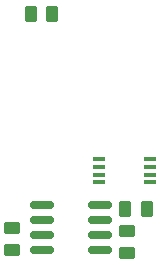
<source format=gbr>
%TF.GenerationSoftware,KiCad,Pcbnew,9.0.4*%
%TF.CreationDate,2025-11-07T15:23:53-06:00*%
%TF.ProjectId,solenoid_breakoutboard,736f6c65-6e6f-4696-945f-627265616b6f,rev?*%
%TF.SameCoordinates,Original*%
%TF.FileFunction,Paste,Top*%
%TF.FilePolarity,Positive*%
%FSLAX46Y46*%
G04 Gerber Fmt 4.6, Leading zero omitted, Abs format (unit mm)*
G04 Created by KiCad (PCBNEW 9.0.4) date 2025-11-07 15:23:53*
%MOMM*%
%LPD*%
G01*
G04 APERTURE LIST*
G04 Aperture macros list*
%AMRoundRect*
0 Rectangle with rounded corners*
0 $1 Rounding radius*
0 $2 $3 $4 $5 $6 $7 $8 $9 X,Y pos of 4 corners*
0 Add a 4 corners polygon primitive as box body*
4,1,4,$2,$3,$4,$5,$6,$7,$8,$9,$2,$3,0*
0 Add four circle primitives for the rounded corners*
1,1,$1+$1,$2,$3*
1,1,$1+$1,$4,$5*
1,1,$1+$1,$6,$7*
1,1,$1+$1,$8,$9*
0 Add four rect primitives between the rounded corners*
20,1,$1+$1,$2,$3,$4,$5,0*
20,1,$1+$1,$4,$5,$6,$7,0*
20,1,$1+$1,$6,$7,$8,$9,0*
20,1,$1+$1,$8,$9,$2,$3,0*%
G04 Aperture macros list end*
%ADD10RoundRect,0.250000X-0.262500X-0.450000X0.262500X-0.450000X0.262500X0.450000X-0.262500X0.450000X0*%
%ADD11RoundRect,0.150000X0.825000X0.150000X-0.825000X0.150000X-0.825000X-0.150000X0.825000X-0.150000X0*%
%ADD12RoundRect,0.250000X0.262500X0.450000X-0.262500X0.450000X-0.262500X-0.450000X0.262500X-0.450000X0*%
%ADD13R,1.100000X0.400000*%
%ADD14RoundRect,0.250000X0.450000X-0.262500X0.450000X0.262500X-0.450000X0.262500X-0.450000X-0.262500X0*%
%ADD15RoundRect,0.250000X-0.450000X0.262500X-0.450000X-0.262500X0.450000X-0.262500X0.450000X0.262500X0*%
G04 APERTURE END LIST*
D10*
%TO.C,R2*%
X126837500Y-92000000D03*
X128662500Y-92000000D03*
%TD*%
D11*
%TO.C,Q1*%
X124700000Y-95405000D03*
X124700000Y-94135000D03*
X124700000Y-92865000D03*
X124700000Y-91595000D03*
X119750000Y-91595000D03*
X119750000Y-92865000D03*
X119750000Y-94135000D03*
X119750000Y-95405000D03*
%TD*%
D12*
%TO.C,R3*%
X120662500Y-75500000D03*
X118837500Y-75500000D03*
%TD*%
D13*
%TO.C,U1*%
X124600000Y-87775000D03*
X124600000Y-88425000D03*
X124600000Y-89075000D03*
X124600000Y-89725000D03*
X128900000Y-89725000D03*
X128900000Y-89075000D03*
X128900000Y-88425000D03*
X128900000Y-87775000D03*
%TD*%
D14*
%TO.C,R1*%
X127000000Y-95662500D03*
X127000000Y-93837500D03*
%TD*%
D15*
%TO.C,R4*%
X117250000Y-93587500D03*
X117250000Y-95412500D03*
%TD*%
M02*

</source>
